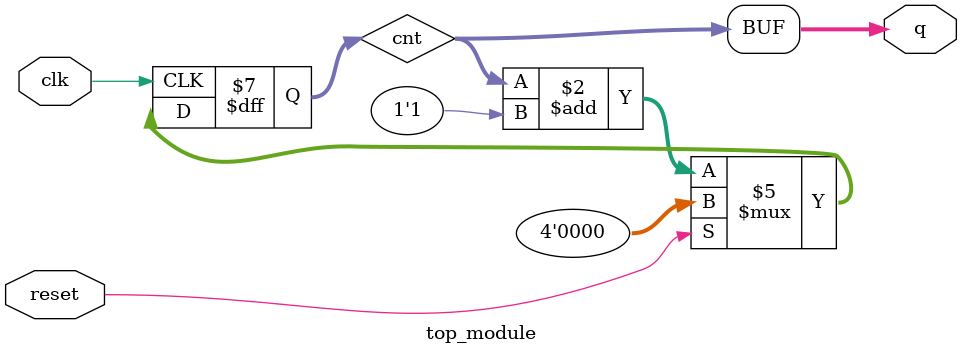
<source format=v>
module top_module (
    input clk,
    input reset,      // Synchronous active-high reset
    output [3:0] q);
    reg [3:0] cnt = 0;
    always @(posedge clk) begin
        if (reset)
            cnt <= 0;
        else begin
        	cnt <= cnt + 1'b1;
        end
    end
    assign q = cnt;
endmodule

</source>
